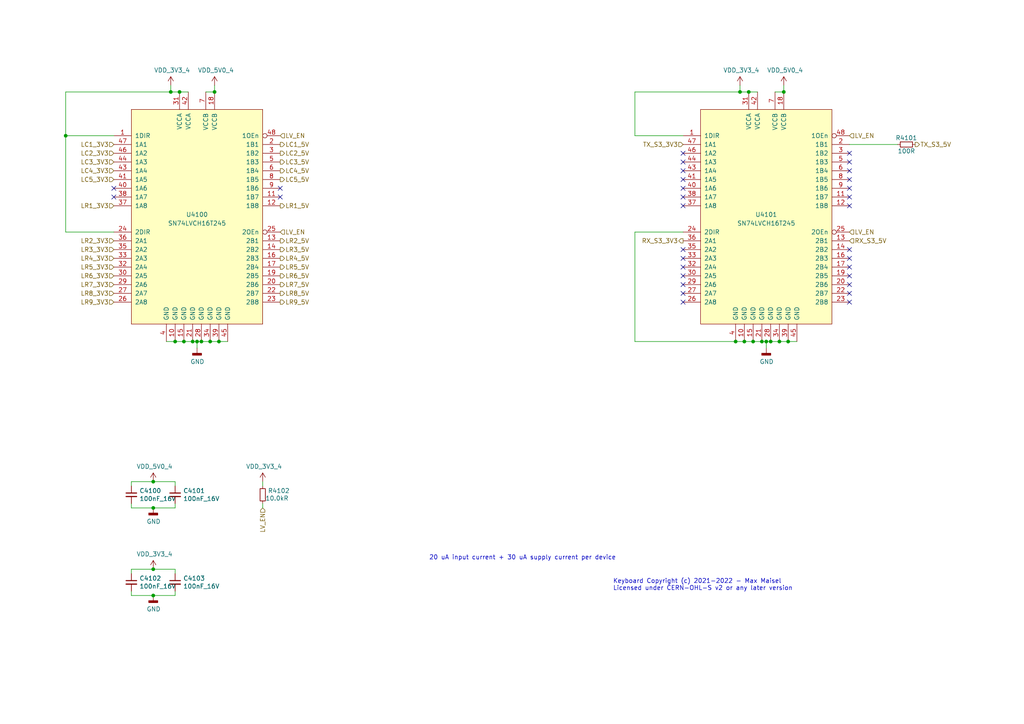
<source format=kicad_sch>
(kicad_sch (version 20230121) (generator eeschema)
  (paper "A4")
  (lib_symbols
    (symbol "Keyboard:10.0kR" (pin_numbers hide) (pin_names (offset 0.254) hide)
      (property "Reference" "R" (at 0.762 0.508 0))
      (property "Value" "10.0kR" (at 0.762 -1.016 0))
      (symbol "10.0kR_0_1"
        (rectangle (start -0.762 1.778) (end 0.762 -1.778) (stroke (width 0.2032)))
      )
      (symbol "10.0kR_1_1"
        (pin passive line (at 0 2.54 270) (length 0.762) (name "~") (number "1"))
        (pin passive line (at 0 -2.54 90) (length 0.762) (name "~") (number "2"))
      )
    )
    (symbol "Keyboard:100R" (pin_numbers hide) (pin_names (offset 0.254) hide)
      (property "Reference" "R" (at 0.762 0.508 0))
      (property "Value" "100R" (at 0.762 -1.016 0))
      (symbol "100R_0_1"
        (rectangle (start -0.762 1.778) (end 0.762 -1.778) (stroke (width 0.2032)))
      )
      (symbol "100R_1_1"
        (pin passive line (at 0 2.54 270) (length 0.762) (name "~") (number "1"))
        (pin passive line (at 0 -2.54 90) (length 0.762) (name "~") (number "2"))
      )
    )
    (symbol "Keyboard:100nF_16V" (pin_numbers hide) (pin_names (offset 0.254) hide)
      (property "Reference" "C" (at 0.254 1.778 0))
      (property "Value" "100nF_16V" (at 0.254 -2.032 0))
      (symbol "100nF_16V_0_1"
        (polyline (pts (xy -1.524 -0.508) (xy 1.524 -0.508)) (stroke (width 0.3302)))
        (polyline (pts (xy -1.524 0.508) (xy 1.524 0.508)) (stroke (width 0.3048)))
      )
      (symbol "100nF_16V_1_1"
        (pin passive line (at 0 2.54 270) (length 2.032) (name "~") (number "1"))
        (pin passive line (at 0 -2.54 90) (length 2.032) (name "~") (number "2"))
      )
    )
    (symbol "Keyboard:GND" (power) (pin_names (offset 0))
      (property "Value" "GND" (at 0 -3.175 0))
      (symbol "GND_0_1"
        (rectangle (start -1.27 -1.524) (end 1.27 -2.032) (stroke (width 0.254)) (fill (type outline)))
        (polyline (pts (xy 0 0) (xy 0 -1.524)))
      )
      (symbol "GND_1_1"
        (pin power_in line (at 0 0 270) (length 0) hide (name "GND") (number "1"))
      )
    )
    (symbol "Keyboard:SN74LVCH16T245" (pin_names (offset 1.016))
      (property "Reference" "U" (at -17.78 33.02 0))
      (property "Value" "SN74LVCH16T245" (at 17.78 -31.75 0))
      (symbol "SN74LVCH16T245_0_1"
        (rectangle (start -19.05 31.75) (end 19.05 -30.48) (fill (type background)))
      )
      (symbol "SN74LVCH16T245_1_1"
        (pin input line (at -24.13 24.13 0) (length 5.08) (name "1DIR") (number "1"))
        (pin power_in line (at -6.35 -35.56 90) (length 5.08) (name "GND") (number "10"))
        (pin bidirectional line (at 24.13 6.35 180) (length 5.08) (name "1B7") (number "11"))
        (pin bidirectional line (at 24.13 3.81 180) (length 5.08) (name "1B8") (number "12"))
        (pin bidirectional line (at 24.13 -6.35 180) (length 5.08) (name "2B1") (number "13"))
        (pin bidirectional line (at 24.13 -8.89 180) (length 5.08) (name "2B2") (number "14"))
        (pin power_in line (at -3.81 -35.56 90) (length 5.08) (name "GND") (number "15"))
        (pin bidirectional line (at 24.13 -11.43 180) (length 5.08) (name "2B3") (number "16"))
        (pin bidirectional line (at 24.13 -13.97 180) (length 5.08) (name "2B4") (number "17"))
        (pin power_in line (at 5.08 36.83 270) (length 5.08) (name "VCCB") (number "18"))
        (pin bidirectional line (at 24.13 -16.51 180) (length 5.08) (name "2B5") (number "19"))
        (pin bidirectional line (at 24.13 21.59 180) (length 5.08) (name "1B1") (number "2"))
        (pin bidirectional line (at 24.13 -19.05 180) (length 5.08) (name "2B6") (number "20"))
        (pin power_in line (at -1.27 -35.56 90) (length 5.08) (name "GND") (number "21"))
        (pin bidirectional line (at 24.13 -21.59 180) (length 5.08) (name "2B7") (number "22"))
        (pin bidirectional line (at 24.13 -24.13 180) (length 5.08) (name "2B8") (number "23"))
        (pin input line (at -24.13 -3.81 0) (length 5.08) (name "2DIR") (number "24"))
        (pin input inverted (at 24.13 -3.81 180) (length 5.08) (name "2OEn") (number "25"))
        (pin bidirectional line (at -24.13 -24.13 0) (length 5.08) (name "2A8") (number "26"))
        (pin bidirectional line (at -24.13 -21.59 0) (length 5.08) (name "2A7") (number "27"))
        (pin power_in line (at 1.27 -35.56 90) (length 5.08) (name "GND") (number "28"))
        (pin bidirectional line (at -24.13 -19.05 0) (length 5.08) (name "2A6") (number "29"))
        (pin bidirectional line (at 24.13 19.05 180) (length 5.08) (name "1B2") (number "3"))
        (pin bidirectional line (at -24.13 -16.51 0) (length 5.08) (name "2A5") (number "30"))
        (pin power_in line (at -5.08 36.83 270) (length 5.08) (name "VCCA") (number "31"))
        (pin bidirectional line (at -24.13 -13.97 0) (length 5.08) (name "2A4") (number "32"))
        (pin bidirectional line (at -24.13 -11.43 0) (length 5.08) (name "2A3") (number "33"))
        (pin power_in line (at 3.81 -35.56 90) (length 5.08) (name "GND") (number "34"))
        (pin bidirectional line (at -24.13 -8.89 0) (length 5.08) (name "2A2") (number "35"))
        (pin bidirectional line (at -24.13 -6.35 0) (length 5.08) (name "2A1") (number "36"))
        (pin bidirectional line (at -24.13 3.81 0) (length 5.08) (name "1A8") (number "37"))
        (pin bidirectional line (at -24.13 6.35 0) (length 5.08) (name "1A7") (number "38"))
        (pin power_in line (at 6.35 -35.56 90) (length 5.08) (name "GND") (number "39"))
        (pin power_in line (at -8.89 -35.56 90) (length 5.08) (name "GND") (number "4"))
        (pin bidirectional line (at -24.13 8.89 0) (length 5.08) (name "1A6") (number "40"))
        (pin bidirectional line (at -24.13 11.43 0) (length 5.08) (name "1A5") (number "41"))
        (pin power_in line (at -2.54 36.83 270) (length 5.08) (name "VCCA") (number "42"))
        (pin bidirectional line (at -24.13 13.97 0) (length 5.08) (name "1A4") (number "43"))
        (pin bidirectional line (at -24.13 16.51 0) (length 5.08) (name "1A3") (number "44"))
        (pin power_in line (at 8.89 -35.56 90) (length 5.08) (name "GND") (number "45"))
        (pin bidirectional line (at -24.13 19.05 0) (length 5.08) (name "1A2") (number "46"))
        (pin bidirectional line (at -24.13 21.59 0) (length 5.08) (name "1A1") (number "47"))
        (pin input inverted (at 24.13 24.13 180) (length 5.08) (name "1OEn") (number "48"))
        (pin bidirectional line (at 24.13 16.51 180) (length 5.08) (name "1B3") (number "5"))
        (pin bidirectional line (at 24.13 13.97 180) (length 5.08) (name "1B4") (number "6"))
        (pin power_in line (at 2.54 36.83 270) (length 5.08) (name "VCCB") (number "7"))
        (pin bidirectional line (at 24.13 11.43 180) (length 5.08) (name "1B5") (number "8"))
        (pin bidirectional line (at 24.13 8.89 180) (length 5.08) (name "1B6") (number "9"))
      )
    )
    (symbol "Keyboard:VDD_3V3_4" (power) (pin_names (offset 0))
      (property "Value" "VDD_3V3_4" (at 0 3.556 0))
      (symbol "VDD_3V3_4_0_1"
        (polyline (pts (xy -0.762 1.27) (xy 0 2.54)))
        (polyline (pts (xy 0 0) (xy 0 2.54)))
        (polyline (pts (xy 0 2.54) (xy 0.762 1.27)))
      )
      (symbol "VDD_3V3_4_1_1"
        (pin power_in line (at 0 0 90) (length 0) hide (name "VDD_3V3_4") (number "1"))
      )
    )
    (symbol "Keyboard:VDD_5V0_4" (power) (pin_names (offset 0))
      (property "Value" "VDD_5V0_4" (at 0 3.556 0))
      (symbol "VDD_5V0_4_0_1"
        (polyline (pts (xy -0.762 1.27) (xy 0 2.54)))
        (polyline (pts (xy 0 0) (xy 0 2.54)))
        (polyline (pts (xy 0 2.54) (xy 0.762 1.27)))
      )
      (symbol "VDD_5V0_4_1_1"
        (pin power_in line (at 0 0 90) (length 0) hide (name "VDD_5V0_4") (number "1"))
      )
    )
  )
  (junction (at 220.98 99.06))
  (junction (at 60.96 99.06))
  (junction (at 227.33 26.67))
  (junction (at 44.45 139.7))
  (junction (at 44.45 165.1))
  (junction (at 215.9 99.06))
  (junction (at 44.45 172.72))
  (junction (at 52.07 26.67))
  (junction (at 19.05 39.37))
  (junction (at 50.8 99.06))
  (junction (at 57.15 99.06))
  (junction (at 53.34 99.06))
  (junction (at 218.44 99.06))
  (junction (at 222.25 99.06))
  (junction (at 55.88 99.06))
  (junction (at 228.6 99.06))
  (junction (at 62.23 26.67))
  (junction (at 214.63 26.67))
  (junction (at 44.45 147.32))
  (junction (at 63.5 99.06))
  (junction (at 49.53 26.67))
  (junction (at 213.36 99.06))
  (junction (at 217.17 26.67))
  (junction (at 58.42 99.06))
  (junction (at 223.52 99.06))
  (junction (at 226.06 99.06))
  (no_connect (at 198.12 80.01))
  (no_connect (at 246.38 54.61))
  (no_connect (at 246.38 85.09))
  (no_connect (at 198.12 44.45))
  (no_connect (at 246.38 59.69))
  (no_connect (at 246.38 49.53))
  (no_connect (at 81.28 57.15))
  (no_connect (at 198.12 52.07))
  (no_connect (at 33.02 57.15))
  (no_connect (at 246.38 57.15))
  (no_connect (at 246.38 82.55))
  (no_connect (at 198.12 49.53))
  (no_connect (at 246.38 52.07))
  (no_connect (at 198.12 57.15))
  (no_connect (at 246.38 87.63))
  (no_connect (at 198.12 72.39))
  (no_connect (at 246.38 72.39))
  (no_connect (at 81.28 54.61))
  (no_connect (at 198.12 54.61))
  (no_connect (at 198.12 85.09))
  (no_connect (at 198.12 74.93))
  (no_connect (at 246.38 46.99))
  (no_connect (at 198.12 87.63))
  (no_connect (at 198.12 82.55))
  (no_connect (at 198.12 59.69))
  (no_connect (at 33.02 54.61))
  (no_connect (at 198.12 77.47))
  (no_connect (at 246.38 77.47))
  (no_connect (at 246.38 44.45))
  (no_connect (at 246.38 80.01))
  (no_connect (at 246.38 74.93))
  (no_connect (at 198.12 46.99))
  (wire (pts (xy 227.33 24.765) (xy 227.33 26.67)))
  (wire (pts (xy 50.8 172.72) (xy 50.8 171.45)))
  (wire (pts (xy 50.8 99.06) (xy 53.34 99.06)))
  (wire (pts (xy 19.05 39.37) (xy 19.05 26.67)))
  (wire (pts (xy 226.06 99.06) (xy 228.6 99.06)))
  (wire (pts (xy 246.38 41.91) (xy 260.35 41.91)))
  (wire (pts (xy 44.45 165.1) (xy 50.8 165.1)))
  (wire (pts (xy 38.1 139.7) (xy 44.45 139.7)))
  (wire (pts (xy 224.79 26.67) (xy 227.33 26.67)))
  (wire (pts (xy 38.1 147.32) (xy 44.45 147.32)))
  (wire (pts (xy 228.6 99.06) (xy 231.14 99.06)))
  (wire (pts (xy 218.44 99.06) (xy 220.98 99.06)))
  (wire (pts (xy 38.1 140.97) (xy 38.1 139.7)))
  (wire (pts (xy 44.45 139.7) (xy 50.8 139.7)))
  (wire (pts (xy 62.23 24.765) (xy 62.23 26.67)))
  (wire (pts (xy 38.1 166.37) (xy 38.1 165.1)))
  (wire (pts (xy 214.63 26.67) (xy 217.17 26.67)))
  (wire (pts (xy 33.02 67.31) (xy 19.05 67.31)))
  (wire (pts (xy 19.05 39.37) (xy 33.02 39.37)))
  (wire (pts (xy 63.5 99.06) (xy 66.04 99.06)))
  (wire (pts (xy 217.17 26.67) (xy 219.71 26.67)))
  (wire (pts (xy 220.98 99.06) (xy 222.25 99.06)))
  (wire (pts (xy 50.8 146.05) (xy 50.8 147.32)))
  (wire (pts (xy 58.42 99.06) (xy 60.96 99.06)))
  (wire (pts (xy 222.25 100.965) (xy 222.25 99.06)))
  (wire (pts (xy 184.15 26.67) (xy 214.63 26.67)))
  (wire (pts (xy 57.15 99.06) (xy 58.42 99.06)))
  (wire (pts (xy 223.52 99.06) (xy 226.06 99.06)))
  (wire (pts (xy 59.69 26.67) (xy 62.23 26.67)))
  (wire (pts (xy 44.45 172.72) (xy 50.8 172.72)))
  (wire (pts (xy 49.53 24.765) (xy 49.53 26.67)))
  (wire (pts (xy 76.2 146.05) (xy 76.2 147.32)))
  (wire (pts (xy 38.1 165.1) (xy 44.45 165.1)))
  (wire (pts (xy 38.1 146.05) (xy 38.1 147.32)))
  (wire (pts (xy 76.2 140.97) (xy 76.2 139.7)))
  (wire (pts (xy 50.8 139.7) (xy 50.8 140.97)))
  (wire (pts (xy 214.63 24.765) (xy 214.63 26.67)))
  (wire (pts (xy 49.53 26.67) (xy 52.07 26.67)))
  (wire (pts (xy 198.12 67.31) (xy 184.15 67.31)))
  (wire (pts (xy 55.88 99.06) (xy 57.15 99.06)))
  (wire (pts (xy 50.8 147.32) (xy 44.45 147.32)))
  (wire (pts (xy 19.05 26.67) (xy 49.53 26.67)))
  (wire (pts (xy 50.8 166.37) (xy 50.8 165.1)))
  (wire (pts (xy 222.25 99.06) (xy 223.52 99.06)))
  (wire (pts (xy 215.9 99.06) (xy 218.44 99.06)))
  (wire (pts (xy 19.05 67.31) (xy 19.05 39.37)))
  (wire (pts (xy 38.1 172.72) (xy 44.45 172.72)))
  (wire (pts (xy 53.34 99.06) (xy 55.88 99.06)))
  (wire (pts (xy 48.26 99.06) (xy 50.8 99.06)))
  (wire (pts (xy 60.96 99.06) (xy 63.5 99.06)))
  (wire (pts (xy 52.07 26.67) (xy 54.61 26.67)))
  (wire (pts (xy 57.15 100.965) (xy 57.15 99.06)))
  (wire (pts (xy 184.15 67.31) (xy 184.15 99.06)))
  (wire (pts (xy 213.36 99.06) (xy 215.9 99.06)))
  (wire (pts (xy 184.15 39.37) (xy 198.12 39.37)))
  (wire (pts (xy 184.15 39.37) (xy 184.15 26.67)))
  (wire (pts (xy 184.15 99.06) (xy 213.36 99.06)))
  (wire (pts (xy 44.45 173.355) (xy 44.45 172.72)))
  (wire (pts (xy 38.1 171.45) (xy 38.1 172.72)))
  (text "Keyboard Copyright (c) 2021-2022 - Max Maisel\nLicensed under CERN-OHL-S v2 or any later version" (at 177.8 171.45 0) (effects (font (size 1.27 1.27)) (justify left bottom)))
  (text "20 uA input current + 30 uA supply current per device\n" (at 124.46 162.56 0) (effects (font (size 1.27 1.27)) (justify left bottom)))
  (hierarchical_label "LC3_5V" (shape output) (at 81.28 46.99 0))
  (hierarchical_label "LR7_3V3" (shape input) (at 33.02 82.55 180))
  (hierarchical_label "LC1_3V3" (shape input) (at 33.02 41.91 180))
  (hierarchical_label "LR3_3V3" (shape input) (at 33.02 72.39 180))
  (hierarchical_label "TX_S3_3V3" (shape input) (at 198.12 41.91 180))
  (hierarchical_label "LC2_5V" (shape output) (at 81.28 44.45 0))
  (hierarchical_label "LR2_5V" (shape output) (at 81.28 69.85 0))
  (hierarchical_label "LR2_3V3" (shape input) (at 33.02 69.85 180))
  (hierarchical_label "LC5_5V" (shape output) (at 81.28 52.07 0))
  (hierarchical_label "LC2_3V3" (shape input) (at 33.02 44.45 180))
  (hierarchical_label "LV_EN" (shape input) (at 246.38 67.31 0))
  (hierarchical_label "RX_S3_5V" (shape input) (at 246.38 69.85 0))
  (hierarchical_label "LR9_5V" (shape output) (at 81.28 87.63 0))
  (hierarchical_label "LR8_5V" (shape output) (at 81.28 85.09 0))
  (hierarchical_label "LR7_5V" (shape output) (at 81.28 82.55 0))
  (hierarchical_label "LR1_3V3" (shape input) (at 33.02 59.69 180))
  (hierarchical_label "LC4_5V" (shape output) (at 81.28 49.53 0))
  (hierarchical_label "TX_S3_5V" (shape output) (at 265.43 41.91 0))
  (hierarchical_label "LR8_3V3" (shape input) (at 33.02 85.09 180))
  (hierarchical_label "LR9_3V3" (shape input) (at 33.02 87.63 180))
  (hierarchical_label "LV_EN" (shape input) (at 76.2 147.32 270))
  (hierarchical_label "LR4_3V3" (shape input) (at 33.02 74.93 180))
  (hierarchical_label "LV_EN" (shape input) (at 246.38 39.37 0))
  (hierarchical_label "LC4_3V3" (shape input) (at 33.02 49.53 180))
  (hierarchical_label "LR5_5V" (shape output) (at 81.28 77.47 0))
  (hierarchical_label "LR3_5V" (shape output) (at 81.28 72.39 0))
  (hierarchical_label "LR6_5V" (shape output) (at 81.28 80.01 0))
  (hierarchical_label "LC5_3V3" (shape input) (at 33.02 52.07 180))
  (hierarchical_label "LR6_3V3" (shape input) (at 33.02 80.01 180))
  (hierarchical_label "LC3_3V3" (shape input) (at 33.02 46.99 180))
  (hierarchical_label "LR4_5V" (shape output) (at 81.28 74.93 0))
  (hierarchical_label "LC1_5V" (shape output) (at 81.28 41.91 0))
  (hierarchical_label "LV_EN" (shape input) (at 81.28 67.31 0))
  (hierarchical_label "LR1_5V" (shape output) (at 81.28 59.69 0))
  (hierarchical_label "RX_S3_3V3" (shape output) (at 198.12 69.85 180))
  (hierarchical_label "LV_EN" (shape input) (at 81.28 39.37 0))
  (hierarchical_label "LR5_3V3" (shape input) (at 33.02 77.47 180))
  (symbol (lib_id "Keyboard:SN74LVCH16T245") (at 222.25 63.5 0) (unit 1)
    (property "Reference" "U4101" (at 222.25 62.23 0))
    (property "Value" "SN74LVCH16T245" (at 222.25 64.77 0))
    (property "Footprint" "Keyboard:TSSOP48-DGG" (effects hide))
    (property "Datasheet" "http://www.ti.com/lit/ds/symlink/sn74lvch16t245.pdf" (effects hide))
  )
  (symbol (lib_id "Keyboard:100nF_16V") (at 38.1 143.51 0) (unit 1)
    (property "Reference" "C4100" (at 40.4368 142.3416 0) (effects (justify left)))
    (property "Value" "100nF_16V" (at 40.4368 144.653 0) (effects (justify left)))
    (property "Footprint" "Keyboard:C_0402" (effects hide))
    (property "Datasheet" "80-C0402C104K4R" (effects hide))
    (property "mouser#" "80-C0402C104K4R" (effects hide))
  )
  (symbol (lib_id "Keyboard:100nF_16V") (at 38.1 168.91 0) (unit 1)
    (property "Reference" "C4102" (at 40.4368 167.7416 0) (effects (justify left)))
    (property "Value" "100nF_16V" (at 40.4368 170.053 0) (effects (justify left)))
    (property "Footprint" "Keyboard:C_0402" (effects hide))
    (property "Datasheet" "80-C0402C104K4R" (effects hide))
    (property "mouser#" "80-C0402C104K4R" (effects hide))
  )
  (symbol (lib_id "Keyboard:GND") (at 57.15 100.965 0) (unit 1)
    (property "Reference" "#PWR04104" (effects hide))
    (property "Value" "GND" (at 57.2516 104.902 0))
  )
  (symbol (lib_id "Keyboard:GND") (at 44.45 172.72 0) (unit 1)
    (property "Reference" "#PWR04109" (effects hide))
    (property "Value" "GND" (at 44.5516 176.657 0))
  )
  (symbol (lib_id "Keyboard:GND") (at 44.45 147.32 0) (unit 1)
    (property "Reference" "#PWR04107" (effects hide))
    (property "Value" "GND" (at 44.5516 151.257 0))
  )
  (symbol (lib_id "Keyboard:GND") (at 222.25 100.965 0) (unit 1)
    (property "Reference" "#PWR04105" (effects hide))
    (property "Value" "GND" (at 222.3516 104.902 0))
  )
  (symbol (lib_id "Keyboard:SN74LVCH16T245") (at 57.15 63.5 0) (unit 1)
    (property "Reference" "U4100" (at 57.15 62.23 0))
    (property "Value" "SN74LVCH16T245" (at 57.15 64.77 0))
    (property "Footprint" "Keyboard:TSSOP48-DGG" (effects hide))
    (property "Datasheet" "http://www.ti.com/lit/ds/symlink/sn74lvch16t245.pdf" (effects hide))
  )
  (symbol (lib_id "Keyboard:100nF_16V") (at 50.8 168.91 0) (unit 1)
    (property "Reference" "C4103" (at 53.1368 167.7416 0) (effects (justify left)))
    (property "Value" "100nF_16V" (at 53.1368 170.053 0) (effects (justify left)))
    (property "Footprint" "Keyboard:C_0402" (effects hide))
    (property "Datasheet" "80-C0402C104K4R" (effects hide))
    (property "mouser#" "80-C0402C104K4R" (effects hide))
  )
  (symbol (lib_id "Keyboard:100nF_16V") (at 50.8 143.51 0) (unit 1)
    (property "Reference" "C4101" (at 53.1368 142.3416 0) (effects (justify left)))
    (property "Value" "100nF_16V" (at 53.1368 144.653 0) (effects (justify left)))
    (property "Footprint" "Keyboard:C_0402" (effects hide))
    (property "Datasheet" "80-C0402C104K4R" (effects hide))
    (property "mouser#" "80-C0402C104K4R" (effects hide))
  )
  (symbol (lib_id "Keyboard:VDD_3V3_4") (at 49.53 24.765 0) (unit 1)
    (property "Reference" "#PWR04100" (effects hide))
    (property "Value" "VDD_3V3_4" (at 49.911 20.3708 0))
  )
  (symbol (lib_id "Keyboard:VDD_3V3_4") (at 214.63 24.765 0) (unit 1)
    (property "Reference" "#PWR04102" (effects hide))
    (property "Value" "VDD_3V3_4" (at 215.011 20.3708 0))
  )
  (symbol (lib_id "Keyboard:VDD_3V3_4") (at 44.45 165.1 0) (unit 1)
    (property "Reference" "#PWR04108" (effects hide))
    (property "Value" "VDD_3V3_4" (at 44.831 160.7058 0))
  )
  (symbol (lib_id "Keyboard:VDD_5V0_4") (at 62.23 24.765 0) (unit 1)
    (property "Reference" "#PWR04101" (effects hide))
    (property "Value" "VDD_5V0_4" (at 62.611 20.3708 0))
  )
  (symbol (lib_id "Keyboard:VDD_5V0_4") (at 227.33 24.765 0) (unit 1)
    (property "Reference" "#PWR04103" (effects hide))
    (property "Value" "VDD_5V0_4" (at 227.711 20.3708 0))
  )
  (symbol (lib_id "Keyboard:VDD_5V0_4") (at 44.45 139.7 0) (unit 1)
    (property "Reference" "#PWR04106" (effects hide))
    (property "Value" "VDD_5V0_4" (at 44.831 135.3058 0))
  )
  (symbol (lib_id "Keyboard:100R") (at 262.89 41.91 90) (unit 1)
    (property "Reference" "R4101" (at 262.89 40.005 90))
    (property "Value" "100R" (at 262.89 43.815 90))
    (property "Footprint" "Keyboard:R_0402" (effects hide))
    (property "Datasheet" "667-ERJ-2RKF1000X" (effects hide))
    (property "mouser#" "667-ERJ-2RKF1000X" (effects hide))
  )
  (symbol (lib_id "Keyboard:10.0kR") (at 76.2 143.51 0) (unit 1)
    (property "Reference" "R4102" (at 77.6986 142.3416 0) (effects (justify left)))
    (property "Value" "10.0kR" (at 76.962 144.526 0) (effects (justify left)))
    (property "Footprint" "Keyboard:R_0402" (effects hide))
    (property "Datasheet" "667-ERJ-2RKF1002X" (effects hide))
    (property "mouser#" "667-ERJ-2RKF1002X" (effects hide))
  )
  (symbol (lib_id "Keyboard:VDD_3V3_4") (at 76.2 139.7 0) (unit 1)
    (property "Reference" "#PWR04113" (effects hide))
    (property "Value" "VDD_3V3_4" (at 76.581 135.3058 0))
  )
)
</source>
